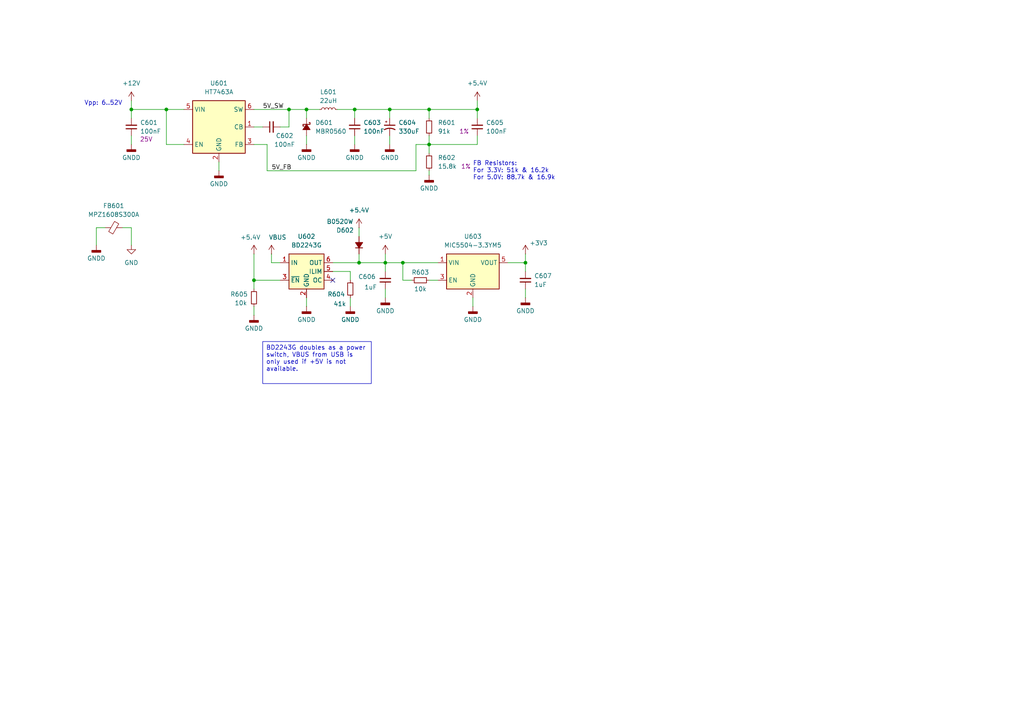
<source format=kicad_sch>
(kicad_sch (version 20231120) (generator "eeschema") (generator_version "8.0")
  (paper "A4")
  (lib_symbols
    (symbol "Device:C_Polarized_Small_US" (pin_numbers hide) (pin_names (offset 0.254) hide)
      (property "Reference" "C" (at 0.254 1.778 0))
      (property "Value" "C_Polarized_Small_US" (at 0.254 -2.032 0))
      (symbol "C_Polarized_Small_US_0_1"
        (polyline (pts (xy -1.524 0.508) (xy 1.524 0.508)) (stroke (width 0.3048)))
        (polyline (pts (xy -1.27 1.524) (xy -0.762 1.524)))
        (polyline (pts (xy -1.016 1.27) (xy -1.016 1.778)))
        (arc (start 1.524 -0.762) (mid 0 -0.3734) (end -1.524 -0.762) (stroke (width 0.3048)))
      )
      (symbol "C_Polarized_Small_US_1_1"
        (pin passive line (at 0 2.54 270) (length 2.032) (name "~") (number "1"))
        (pin passive line (at 0 -2.54 90) (length 2.032) (name "~") (number "2"))
      )
    )
    (symbol "Device:C_Small" (pin_numbers hide) (pin_names (offset 0.254) hide)
      (property "Reference" "C" (at 0.254 1.778 0))
      (property "Value" "C_Small" (at 0.254 -2.032 0))
      (symbol "C_Small_0_1"
        (polyline (pts (xy -1.524 -0.508) (xy 1.524 -0.508)) (stroke (width 0.3302)))
        (polyline (pts (xy -1.524 0.508) (xy 1.524 0.508)) (stroke (width 0.3048)))
      )
      (symbol "C_Small_1_1"
        (pin passive line (at 0 2.54 270) (length 2.032) (name "~") (number "1"))
        (pin passive line (at 0 -2.54 90) (length 2.032) (name "~") (number "2"))
      )
    )
    (symbol "Device:D_Schottky_Small_Filled" (pin_numbers hide) (pin_names (offset 0.254) hide)
      (property "Reference" "D" (at -1.27 2.032 0))
      (property "Value" "D_Schottky_Small_Filled" (at -7.112 -2.032 0))
      (symbol "D_Schottky_Small_Filled_0_1"
        (polyline (pts (xy -0.762 0) (xy 0.762 0)))
        (polyline (pts (xy 0.762 -1.016) (xy -0.762 0) (xy 0.762 1.016) (xy 0.762 -1.016)) (stroke (width 0.254)) (fill (type outline)))
        (polyline (pts (xy -1.27 0.762) (xy -1.27 1.016) (xy -0.762 1.016) (xy -0.762 -1.016) (xy -0.254 -1.016) (xy -0.254 -0.762)) (stroke (width 0.254)))
      )
      (symbol "D_Schottky_Small_Filled_1_1"
        (pin passive line (at -2.54 0 0) (length 1.778) (name "K") (number "1"))
        (pin passive line (at 2.54 0 180) (length 1.778) (name "A") (number "2"))
      )
    )
    (symbol "Device:D_Small_Filled" (pin_numbers hide) (pin_names (offset 0.254) hide)
      (property "Reference" "D" (at -1.27 2.032 0))
      (property "Value" "D_Small_Filled" (at -3.81 -2.032 0))
      (symbol "D_Small_Filled_0_1"
        (polyline (pts (xy -0.762 -1.016) (xy -0.762 1.016)) (stroke (width 0.254)))
        (polyline (pts (xy -0.762 0) (xy 0.762 0)))
        (polyline (pts (xy 0.762 -1.016) (xy -0.762 0) (xy 0.762 1.016) (xy 0.762 -1.016)) (stroke (width 0.254)) (fill (type outline)))
      )
      (symbol "D_Small_Filled_1_1"
        (pin passive line (at -2.54 0 0) (length 1.778) (name "K") (number "1"))
        (pin passive line (at 2.54 0 180) (length 1.778) (name "A") (number "2"))
      )
    )
    (symbol "Device:FerriteBead_Small" (pin_numbers hide) (pin_names (offset 0))
      (property "Reference" "FB" (at 1.905 1.27 0))
      (property "Value" "FerriteBead_Small" (at 1.905 -1.27 0))
      (symbol "FerriteBead_Small_0_1"
        (polyline (pts (xy 0 -1.27) (xy 0 -0.7874)))
        (polyline (pts (xy 0 0.889) (xy 0 1.2954)))
        (polyline (pts (xy -1.8288 0.2794) (xy -1.1176 1.4986) (xy 1.8288 -0.2032) (xy 1.1176 -1.4224) (xy -1.8288 0.2794)))
      )
      (symbol "FerriteBead_Small_1_1"
        (pin passive line (at 0 2.54 270) (length 1.27) (name "~") (number "1"))
        (pin passive line (at 0 -2.54 90) (length 1.27) (name "~") (number "2"))
      )
    )
    (symbol "Device:L_Small" (pin_numbers hide) (pin_names (offset 0.254) hide)
      (property "Reference" "L" (at 0.762 1.016 0))
      (property "Value" "L_Small" (at 0.762 -1.016 0))
      (symbol "L_Small_0_1"
        (arc (start 0 -2.032) (mid 0.5058 -1.524) (end 0 -1.016))
        (arc (start 0 -1.016) (mid 0.5058 -0.508) (end 0 0))
        (arc (start 0 0) (mid 0.5058 0.508) (end 0 1.016))
        (arc (start 0 1.016) (mid 0.5058 1.524) (end 0 2.032))
      )
      (symbol "L_Small_1_1"
        (pin passive line (at 0 2.54 270) (length 0.508) (name "~") (number "1"))
        (pin passive line (at 0 -2.54 90) (length 0.508) (name "~") (number "2"))
      )
    )
    (symbol "Device:R_Small" (pin_numbers hide) (pin_names (offset 0.254) hide)
      (property "Reference" "R" (at 0.762 0.508 0))
      (property "Value" "R_Small" (at 0.762 -1.016 0))
      (symbol "R_Small_0_1"
        (rectangle (start -0.762 1.778) (end 0.762 -1.778) (stroke (width 0.2032)))
      )
      (symbol "R_Small_1_1"
        (pin passive line (at 0 2.54 270) (length 0.762) (name "~") (number "1"))
        (pin passive line (at 0 -2.54 90) (length 0.762) (name "~") (number "2"))
      )
    )
    (symbol "Power_Management:BD2243G"
      (property "Reference" "U" (at -4.826 -6.35 0))
      (property "Value" "BD2243G" (at 0 6.604 0))
      (symbol "BD2243G_0_0"
        (pin power_in line (at -7.62 2.54 0) (length 2.54) (name "IN") (number "1"))
        (pin power_in line (at 0 -7.62 90) (length 2.54) (name "GND") (number "2"))
        (pin passive line (at 7.62 0 180) (length 2.54) (name "ILIM") (number "5"))
        (pin power_out line (at 7.62 2.54 180) (length 2.54) (name "OUT") (number "6"))
      )
      (symbol "BD2243G_1_0"
        (pin input line (at -7.62 -2.54 0) (length 2.54) (name "~{EN}") (number "3"))
        (pin open_collector line (at 7.62 -2.54 180) (length 2.54) (name "OC") (number "4"))
      )
      (symbol "BD2243G_1_1"
        (rectangle (start -5.08 5.08) (end 5.08 -5.08) (stroke (width 0.254)) (fill (type background)))
      )
    )
    (symbol "Regulator_Linear:MIC5504-3.3YM5"
      (property "Reference" "U" (at -7.62 8.89 0))
      (property "Value" "MIC5504-3.3YM5" (at -7.62 6.35 0))
      (symbol "MIC5504-3.3YM5_0_1"
        (rectangle (start -7.62 -5.08) (end 7.62 5.08) (stroke (width 0.254)) (fill (type background)))
      )
      (symbol "MIC5504-3.3YM5_1_1"
        (pin power_in line (at -10.16 2.54 0) (length 2.54) (name "VIN") (number "1"))
        (pin power_in line (at 0 -7.62 90) (length 2.54) (name "GND") (number "2"))
        (pin input line (at -10.16 -2.54 0) (length 2.54) (name "EN") (number "3"))
        (pin no_connect line (at 7.62 -2.54 180) (length 2.54) hide (name "NC") (number "4"))
        (pin power_out line (at 10.16 2.54 180) (length 2.54) (name "VOUT") (number "5"))
      )
    )
    (symbol "Regulator_Switching:HT7463A"
      (property "Reference" "U" (at -8.89 8.89 0))
      (property "Value" "HT7463A" (at 3.81 8.89 0))
      (symbol "HT7463A_0_1"
        (rectangle (start -7.62 7.62) (end 7.62 -7.62) (stroke (width 0.254)) (fill (type background)))
      )
      (symbol "HT7463A_1_1"
        (pin passive line (at 10.16 0 180) (length 2.54) (name "CB") (number "1"))
        (pin power_in line (at 0 -10.16 90) (length 2.54) (name "GND") (number "2"))
        (pin input line (at 10.16 -5.08 180) (length 2.54) (name "FB") (number "3"))
        (pin input line (at -10.16 -5.08 0) (length 2.54) (name "EN") (number "4"))
        (pin power_in line (at -10.16 5.08 0) (length 2.54) (name "VIN") (number "5"))
        (pin output line (at 10.16 5.08 180) (length 2.54) (name "SW") (number "6"))
      )
    )
    (symbol "power:+12V" (power) (pin_numbers hide) (pin_names (offset 0) hide)
      (property "Value" "+12V" (at 0 3.556 0))
      (symbol "+12V_0_1"
        (polyline (pts (xy -0.762 1.27) (xy 0 2.54)))
        (polyline (pts (xy 0 0) (xy 0 2.54)))
        (polyline (pts (xy 0 2.54) (xy 0.762 1.27)))
      )
      (symbol "+12V_1_1"
        (pin power_in line (at 0 0 90) (length 0) (name "~") (number "1"))
      )
    )
    (symbol "power:+3.3V" (power) (pin_numbers hide) (pin_names (offset 0) hide)
      (property "Value" "+3.3V" (at 0 3.556 0))
      (symbol "+3.3V_0_1"
        (polyline (pts (xy -0.762 1.27) (xy 0 2.54)))
        (polyline (pts (xy 0 0) (xy 0 2.54)))
        (polyline (pts (xy 0 2.54) (xy 0.762 1.27)))
      )
      (symbol "+3.3V_1_1"
        (pin power_in line (at 0 0 90) (length 0) (name "~") (number "1"))
      )
    )
    (symbol "power:+5V" (power) (pin_numbers hide) (pin_names (offset 0) hide)
      (property "Value" "+5V" (at 0 3.556 0))
      (symbol "+5V_0_1"
        (polyline (pts (xy -0.762 1.27) (xy 0 2.54)))
        (polyline (pts (xy 0 0) (xy 0 2.54)))
        (polyline (pts (xy 0 2.54) (xy 0.762 1.27)))
      )
      (symbol "+5V_1_1"
        (pin power_in line (at 0 0 90) (length 0) (name "~") (number "1"))
      )
    )
    (symbol "power:GND" (power) (pin_numbers hide) (pin_names (offset 0) hide)
      (property "Value" "GND" (at 0 -3.81 0))
      (symbol "GND_0_1"
        (polyline (pts (xy 0 0) (xy 0 -1.27) (xy 1.27 -1.27) (xy 0 -2.54) (xy -1.27 -1.27) (xy 0 -1.27)))
      )
      (symbol "GND_1_1"
        (pin power_in line (at 0 0 270) (length 0) (name "~") (number "1"))
      )
    )
    (symbol "power:GNDD" (power) (pin_numbers hide) (pin_names (offset 0) hide)
      (property "Value" "GNDD" (at 0 -3.175 0))
      (symbol "GNDD_0_1"
        (rectangle (start -1.27 -1.524) (end 1.27 -2.032) (stroke (width 0.254)) (fill (type outline)))
        (polyline (pts (xy 0 0) (xy 0 -1.524)))
      )
      (symbol "GNDD_1_1"
        (pin power_in line (at 0 0 270) (length 0) (name "~") (number "1"))
      )
    )
    (symbol "power:VBUS" (power) (pin_numbers hide) (pin_names (offset 0) hide)
      (property "Value" "VBUS" (at 0 3.556 0))
      (symbol "VBUS_0_1"
        (polyline (pts (xy -0.762 1.27) (xy 0 2.54)))
        (polyline (pts (xy 0 0) (xy 0 2.54)))
        (polyline (pts (xy 0 2.54) (xy 0.762 1.27)))
      )
      (symbol "VBUS_1_1"
        (pin power_in line (at 0 0 90) (length 0) (name "~") (number "1"))
      )
    )
  )
  (junction (at 111.76 76.2))
  (junction (at 124.46 41.91))
  (junction (at 124.46 31.75))
  (junction (at 83.82 31.75))
  (junction (at 38.1 31.75))
  (junction (at 48.26 31.75))
  (junction (at 116.84 76.2))
  (junction (at 138.43 31.75))
  (junction (at 152.4 76.2))
  (junction (at 88.9 31.75))
  (junction (at 73.66 81.28))
  (junction (at 104.14 76.2))
  (junction (at 102.87 31.75))
  (junction (at 113.03 31.75))
  (no_connect (at 96.52 81.28))
  (wire (pts (xy 83.82 36.83) (xy 83.82 31.75)))
  (wire (pts (xy 78.74 73.66) (xy 78.74 76.2)))
  (wire (pts (xy 124.46 39.37) (xy 124.46 41.91)))
  (wire (pts (xy 63.5 46.99) (xy 63.5 49.53)))
  (wire (pts (xy 111.76 76.2) (xy 111.76 73.66)))
  (wire (pts (xy 152.4 76.2) (xy 152.4 73.66)))
  (wire (pts (xy 113.03 31.75) (xy 124.46 31.75)))
  (wire (pts (xy 119.38 81.28) (xy 116.84 81.28)))
  (wire (pts (xy 137.16 86.36) (xy 137.16 88.9)))
  (wire (pts (xy 38.1 29.21) (xy 38.1 31.75)))
  (wire (pts (xy 138.43 29.21) (xy 138.43 31.75)))
  (wire (pts (xy 138.43 31.75) (xy 138.43 34.29)))
  (wire (pts (xy 38.1 31.75) (xy 48.26 31.75)))
  (wire (pts (xy 124.46 81.28) (xy 127 81.28)))
  (wire (pts (xy 104.14 76.2) (xy 111.76 76.2)))
  (wire (pts (xy 88.9 31.75) (xy 92.71 31.75)))
  (wire (pts (xy 27.94 71.12) (xy 27.94 66.04)))
  (wire (pts (xy 120.65 41.91) (xy 120.65 49.53)))
  (wire (pts (xy 35.56 66.04) (xy 38.1 66.04)))
  (wire (pts (xy 78.74 76.2) (xy 81.28 76.2)))
  (wire (pts (xy 97.79 31.75) (xy 102.87 31.75)))
  (wire (pts (xy 124.46 49.53) (xy 124.46 50.8)))
  (wire (pts (xy 116.84 76.2) (xy 111.76 76.2)))
  (wire (pts (xy 48.26 41.91) (xy 53.34 41.91)))
  (wire (pts (xy 124.46 31.75) (xy 124.46 34.29)))
  (wire (pts (xy 81.28 36.83) (xy 83.82 36.83)))
  (wire (pts (xy 101.6 78.74) (xy 101.6 81.28)))
  (wire (pts (xy 83.82 31.75) (xy 88.9 31.75)))
  (wire (pts (xy 152.4 76.2) (xy 152.4 78.74)))
  (wire (pts (xy 116.84 81.28) (xy 116.84 76.2)))
  (wire (pts (xy 73.66 31.75) (xy 83.82 31.75)))
  (wire (pts (xy 147.32 76.2) (xy 152.4 76.2)))
  (wire (pts (xy 111.76 83.82) (xy 111.76 86.36)))
  (wire (pts (xy 124.46 41.91) (xy 124.46 44.45)))
  (wire (pts (xy 102.87 31.75) (xy 113.03 31.75)))
  (wire (pts (xy 104.14 66.04) (xy 104.14 68.58)))
  (wire (pts (xy 127 76.2) (xy 116.84 76.2)))
  (wire (pts (xy 38.1 66.04) (xy 38.1 71.12)))
  (wire (pts (xy 77.47 49.53) (xy 77.47 41.91)))
  (wire (pts (xy 38.1 39.37) (xy 38.1 41.91)))
  (wire (pts (xy 73.66 36.83) (xy 76.2 36.83)))
  (wire (pts (xy 102.87 39.37) (xy 102.87 41.91)))
  (wire (pts (xy 88.9 31.75) (xy 88.9 34.29)))
  (wire (pts (xy 96.52 78.74) (xy 101.6 78.74)))
  (wire (pts (xy 101.6 86.36) (xy 101.6 88.9)))
  (wire (pts (xy 120.65 49.53) (xy 77.47 49.53)))
  (wire (pts (xy 113.03 39.37) (xy 113.03 41.91)))
  (wire (pts (xy 102.87 31.75) (xy 102.87 34.29)))
  (wire (pts (xy 104.14 73.66) (xy 104.14 76.2)))
  (wire (pts (xy 113.03 31.75) (xy 113.03 34.29)))
  (wire (pts (xy 152.4 83.82) (xy 152.4 86.36)))
  (wire (pts (xy 111.76 76.2) (xy 111.76 78.74)))
  (wire (pts (xy 138.43 39.37) (xy 138.43 41.91)))
  (wire (pts (xy 73.66 81.28) (xy 73.66 83.82)))
  (wire (pts (xy 73.66 73.66) (xy 73.66 81.28)))
  (wire (pts (xy 77.47 41.91) (xy 73.66 41.91)))
  (wire (pts (xy 48.26 31.75) (xy 53.34 31.75)))
  (wire (pts (xy 88.9 86.36) (xy 88.9 88.9)))
  (wire (pts (xy 88.9 39.37) (xy 88.9 41.91)))
  (wire (pts (xy 81.28 81.28) (xy 73.66 81.28)))
  (wire (pts (xy 124.46 41.91) (xy 138.43 41.91)))
  (wire (pts (xy 27.94 66.04) (xy 30.48 66.04)))
  (wire (pts (xy 96.52 76.2) (xy 104.14 76.2)))
  (wire (pts (xy 124.46 41.91) (xy 120.65 41.91)))
  (wire (pts (xy 48.26 41.91) (xy 48.26 31.75)))
  (wire (pts (xy 38.1 31.75) (xy 38.1 34.29)))
  (wire (pts (xy 73.66 88.9) (xy 73.66 91.44)))
  (wire (pts (xy 124.46 31.75) (xy 138.43 31.75)))
  (text_box "BD2243G doubles as a power switch, VBUS from USB is only used if +5V is not available." (at 76.2 99.06 0) (size 31.496 12.192) (effects (font (size 1.27 1.27)) (justify left top)))
  (text "FB Resistors:\nFor 3.3V: 51k & 16.2k\nFor 5.0V: 88.7k & 16.9k" (at 137.16 52.324 0) (effects (font (size 1.27 1.27)) (justify left bottom)))
  (text "Vpp: 6..52V" (at 29.972 29.972 0) (effects (font (size 1.27 1.27))))
  (label "5V_SW" (at 76.2 31.75 0))
  (label "5V_FB" (at 78.74 49.53 0))
  (symbol (lib_id "power:+5V") (at 73.66 73.66 0) (unit 1)
    (property "Reference" "#PWR0612" (effects (hide yes)))
    (property "Value" "+5.4V" (at 72.644 68.834 0))
    (property "Description" "Power symbol creates a global label with name \"+5V\"" (effects (hide yes)))
  )
  (symbol (lib_id "Power_Management:BD2243G") (at 88.9 78.74 0) (unit 1)
    (property "Reference" "U602" (at 88.9 68.58 0))
    (property "Value" "BD2243G" (at 88.9 71.12 0))
    (property "Footprint" "Package_SO:TSOP-6_1.65x3.05mm_P0.95mm" (effects (hide yes)))
    (property "Datasheet" "https://fscdn.rohm.com/en/products/databook/datasheet/ic/power/power_switch/bd2242g-e.pdf" (effects (hide yes)))
    (property "Description" "Adjustable current limit high side switch IC, 2.8..5.5V, 0.2..1.7A" (effects (hide yes)))
  )
  (symbol (lib_id "Device:C_Small") (at 102.87 36.83 180) (unit 1)
    (property "Reference" "C603" (at 105.41 35.5599 0) (effects (justify right)))
    (property "Value" "100nF" (at 105.41 38.0999 0) (effects (justify right)))
    (property "Footprint" "Capacitor_SMD:C_0603_1608Metric" (effects (hide yes)))
  )
  (symbol (lib_id "power:+5V") (at 104.14 66.04 0) (unit 1)
    (property "Reference" "#PWR0609" (effects (hide yes)))
    (property "Value" "+5.4V" (at 104.14 60.96 0))
    (property "Description" "Power symbol creates a global label with name \"+5V\"" (effects (hide yes)))
  )
  (symbol (lib_id "Device:R_Small") (at 73.66 86.36 180) (unit 1)
    (property "Reference" "R605" (at 69.342 85.344 0))
    (property "Value" "10k" (at 69.85 87.884 0))
    (property "Footprint" "Resistor_SMD:R_0603_1608Metric" (effects (hide yes)))
    (property "Description" "Resistor, small symbol" (effects (hide yes)))
  )
  (symbol (lib_id "power:GNDD") (at 152.4 86.36 0) (unit 1)
    (property "Reference" "#PWR0617" (effects (hide yes)))
    (property "Value" "GNDD" (at 152.4 90.17 0))
    (property "Description" "Power symbol creates a global label with name \"GNDD\" , digital ground" (effects (hide yes)))
  )
  (symbol (lib_id "power:GNDD") (at 102.87 41.91 0) (unit 1)
    (property "Reference" "#PWR0605" (effects (hide yes)))
    (property "Value" "GNDD" (at 102.87 45.72 0))
    (property "Description" "Power symbol creates a global label with name \"GNDD\" , digital ground" (effects (hide yes)))
  )
  (symbol (lib_id "power:+5V") (at 111.76 73.66 0) (unit 1)
    (property "Reference" "#PWR0614" (effects (hide yes)))
    (property "Value" "+5V" (at 111.76 68.58 0))
    (property "Description" "Power symbol creates a global label with name \"+5V\"" (effects (hide yes)))
  )
  (symbol (lib_id "Device:D_Small_Filled") (at 104.14 71.12 90) (unit 1)
    (property "Reference" "D602" (at 97.536 66.802 90) (effects (justify right)))
    (property "Value" "B0520W" (at 94.742 64.262 90) (effects (justify right)))
    (property "Footprint" "Diode_SMD:D_SOD-123" (effects (hide yes)))
    (property "Description" "Diode, small symbol, filled shape" (effects (hide yes)))
    (property "Sim.Device" "D" (effects (hide yes)))
    (property "Sim.Pins" "1=K 2=A" (effects (hide yes)))
  )
  (symbol (lib_id "Device:R_Small") (at 124.46 36.83 180) (unit 1)
    (property "Reference" "R601" (at 127 35.5599 0) (effects (justify right)))
    (property "Value" "91k" (at 127 38.0999 0) (effects (justify right)))
    (property "Footprint" "Resistor_SMD:R_0603_1608Metric" (effects (hide yes)))
    (property "Tolerance" "1%" (at 134.62 38.1 0))
  )
  (symbol (lib_id "Device:R_Small") (at 101.6 83.82 180) (unit 1)
    (property "Reference" "R604" (at 97.536 85.344 0))
    (property "Value" "41k" (at 98.552 88.138 0))
    (property "Footprint" "Resistor_SMD:R_0603_1608Metric" (effects (hide yes)))
    (property "Description" "Resistor, small symbol" (effects (hide yes)))
  )
  (symbol (lib_id "power:VBUS") (at 78.74 73.66 0) (unit 1)
    (property "Reference" "#PWR0613" (effects (hide yes)))
    (property "Value" "VBUS" (at 80.518 68.834 0))
    (property "Description" "Power symbol creates a global label with name \"VBUS\"" (effects (hide yes)))
  )
  (symbol (lib_id "power:GNDD") (at 137.16 88.9 0) (unit 1)
    (property "Reference" "#PWR0620" (effects (hide yes)))
    (property "Value" "GNDD" (at 137.16 92.71 0))
    (property "Description" "Power symbol creates a global label with name \"GNDD\" , digital ground" (effects (hide yes)))
  )
  (symbol (lib_id "Regulator_Switching:HT7463A") (at 63.5 36.83 0) (unit 1)
    (property "Reference" "U601" (at 63.5 24.13 0))
    (property "Value" "HT7463A" (at 63.5 26.67 0))
    (property "Footprint" "Package_TO_SOT_SMD:SOT-23-6" (effects (hide yes)))
    (property "Datasheet" "https://www.holtek.com/documents/10179/116711/HT7463A_Bv160.pdf" (effects (hide yes)))
    (property "Description" "600mA High-Efficiency Step-Down DC-DC Converter, 4.5-52V input voltage, adjustable output voltage, SOT-23-6" (effects (hide yes)))
    (property "Manufacturer" "Holtek" (effects (hide yes)))
    (property "Partnumber" "HT7463A" (effects (hide yes)))
  )
  (symbol (lib_id "power:+12V") (at 38.1 29.21 0) (unit 1)
    (property "Reference" "#PWR0601" (effects (hide yes)))
    (property "Value" "+12V" (at 38.1 24.13 0))
    (property "Description" "Power symbol creates a global label with name \"+12V\"" (effects (hide yes)))
  )
  (symbol (lib_id "power:GND") (at 38.1 71.12 0) (unit 1)
    (property "Reference" "#PWR0611" (effects (hide yes)))
    (property "Value" "GND" (at 38.1 76.2 0))
    (property "Description" "Power symbol creates a global label with name \"GND\" , ground" (effects (hide yes)))
  )
  (symbol (lib_id "power:GNDD") (at 124.46 50.8 0) (unit 1)
    (property "Reference" "#PWR0608" (effects (hide yes)))
    (property "Value" "GNDD" (at 124.46 54.61 0))
    (property "Description" "Power symbol creates a global label with name \"GNDD\" , digital ground" (effects (hide yes)))
  )
  (symbol (lib_id "Device:C_Polarized_Small_US") (at 113.03 36.83 0) (unit 1)
    (property "Reference" "C604" (at 115.57 35.5599 0) (effects (justify left)))
    (property "Value" "330uF" (at 115.57 38.0999 0) (effects (justify left)))
    (property "Footprint" "Capacitor_THT:CP_Radial_D10.0mm_P5.00mm" (effects (hide yes)))
    (property "Manufacturer" "Panasonic" (effects (hide yes)))
    (property "Partnumber" "EEV-TG1H331Q" (effects (hide yes)))
    (property "Voltage" "50V" (effects (hide yes)))
  )
  (symbol (lib_id "power:GNDD") (at 38.1 41.91 0) (unit 1)
    (property "Reference" "#PWR0603" (effects (hide yes)))
    (property "Value" "GNDD" (at 38.1 45.72 0))
    (property "Description" "Power symbol creates a global label with name \"GNDD\" , digital ground" (effects (hide yes)))
  )
  (symbol (lib_id "power:GNDD") (at 113.03 41.91 0) (unit 1)
    (property "Reference" "#PWR0606" (effects (hide yes)))
    (property "Value" "GNDD" (at 113.03 45.72 0))
    (property "Description" "Power symbol creates a global label with name \"GNDD\" , digital ground" (effects (hide yes)))
  )
  (symbol (lib_id "power:GNDD") (at 88.9 41.91 0) (unit 1)
    (property "Reference" "#PWR0604" (effects (hide yes)))
    (property "Value" "GNDD" (at 88.9 45.72 0))
    (property "Description" "Power symbol creates a global label with name \"GNDD\" , digital ground" (effects (hide yes)))
  )
  (symbol (lib_id "power:GNDD") (at 111.76 86.36 0) (unit 1)
    (property "Reference" "#PWR0616" (effects (hide yes)))
    (property "Value" "GNDD" (at 111.76 90.17 0))
    (property "Description" "Power symbol creates a global label with name \"GNDD\" , digital ground" (effects (hide yes)))
  )
  (symbol (lib_id "power:GNDD") (at 73.66 91.44 0) (unit 1)
    (property "Reference" "#PWR0621" (effects (hide yes)))
    (property "Value" "GNDD" (at 73.66 95.25 0))
    (property "Description" "Power symbol creates a global label with name \"GNDD\" , digital ground" (effects (hide yes)))
  )
  (symbol (lib_id "Device:C_Small") (at 38.1 36.83 180) (unit 1)
    (property "Reference" "C601" (at 40.64 35.5599 0) (effects (justify right)))
    (property "Value" "100nF" (at 40.64 38.0999 0) (effects (justify right)))
    (property "Footprint" "Capacitor_SMD:C_0603_1608Metric" (effects (hide yes)))
    (property "Voltage" "25V" (at 42.418 40.386 0))
  )
  (symbol (lib_id "power:GNDD") (at 27.94 71.12 0) (unit 1)
    (property "Reference" "#PWR0610" (effects (hide yes)))
    (property "Value" "GNDD" (at 27.94 74.93 0))
    (property "Description" "Power symbol creates a global label with name \"GNDD\" , digital ground" (effects (hide yes)))
  )
  (symbol (lib_id "power:GNDD") (at 101.6 88.9 0) (unit 1)
    (property "Reference" "#PWR0619" (effects (hide yes)))
    (property "Value" "GNDD" (at 101.6 92.71 0))
    (property "Description" "Power symbol creates a global label with name \"GNDD\" , digital ground" (effects (hide yes)))
  )
  (symbol (lib_id "Device:D_Schottky_Small_Filled") (at 88.9 36.83 270) (unit 1)
    (property "Reference" "D601" (at 91.44 35.5599 90) (effects (justify left)))
    (property "Value" "MBR0560" (at 91.44 38.0999 90) (effects (justify left)))
    (property "Footprint" "Diode_SMD:D_SOD-123" (effects (hide yes)))
    (property "Manufacturer" "Changjiang" (effects (hide yes)))
    (property "Partnumber" "MBR0560" (effects (hide yes)))
  )
  (symbol (lib_id "Regulator_Linear:MIC5504-3.3YM5") (at 137.16 78.74 0) (unit 1)
    (property "Reference" "U603" (at 137.16 68.58 0))
    (property "Value" "MIC5504-3.3YM5" (at 137.16 71.12 0))
    (property "Footprint" "Package_TO_SOT_SMD:SOT-23-5" (effects (hide yes)))
    (property "Datasheet" "http://ww1.microchip.com/downloads/en/DeviceDoc/MIC550X.pdf" (effects (hide yes)))
    (property "Description" "300mA Low-dropout Voltage Regulator, Vout 3.3V, Vin up to 5.5V, SOT-23" (effects (hide yes)))
  )
  (symbol (lib_id "Device:R_Small") (at 124.46 46.99 180) (unit 1)
    (property "Reference" "R602" (at 127 45.7199 0) (effects (justify right)))
    (property "Value" "15.8k" (at 127 48.2599 0) (effects (justify right)))
    (property "Footprint" "Resistor_SMD:R_0603_1608Metric" (effects (hide yes)))
    (property "Tolerance" "1%" (at 135.128 48.26 0))
  )
  (symbol (lib_id "power:+3.3V") (at 152.4 73.66 0) (unit 1)
    (property "Reference" "#PWR0615" (effects (hide yes)))
    (property "Value" "+3V3" (at 156.21 70.485 0))
    (property "Description" "Power symbol creates a global label with name \"+3.3V\"" (effects (hide yes)))
  )
  (symbol (lib_id "Device:C_Small") (at 138.43 36.83 180) (unit 1)
    (property "Reference" "C605" (at 140.97 35.5599 0) (effects (justify right)))
    (property "Value" "100nF" (at 140.97 38.0999 0) (effects (justify right)))
    (property "Footprint" "Capacitor_SMD:C_0603_1608Metric" (effects (hide yes)))
  )
  (symbol (lib_id "power:GNDD") (at 88.9 88.9 0) (unit 1)
    (property "Reference" "#PWR0618" (effects (hide yes)))
    (property "Value" "GNDD" (at 88.9 92.71 0))
    (property "Description" "Power symbol creates a global label with name \"GNDD\" , digital ground" (effects (hide yes)))
  )
  (symbol (lib_id "power:GNDD") (at 63.5 49.53 0) (unit 1)
    (property "Reference" "#PWR0607" (effects (hide yes)))
    (property "Value" "GNDD" (at 63.5 53.34 0))
    (property "Description" "Power symbol creates a global label with name \"GNDD\" , digital ground" (effects (hide yes)))
  )
  (symbol (lib_id "Device:R_Small") (at 121.92 81.28 90) (unit 1)
    (property "Reference" "R603" (at 121.92 78.994 90))
    (property "Value" "10k" (at 121.92 83.82 90))
    (property "Footprint" "Resistor_SMD:R_0603_1608Metric" (effects (hide yes)))
    (property "Description" "Resistor, small symbol" (effects (hide yes)))
  )
  (symbol (lib_id "power:+5V") (at 138.43 29.21 0) (unit 1)
    (property "Reference" "#PWR0602" (effects (hide yes)))
    (property "Value" "+5.4V" (at 138.43 24.13 0))
    (property "Description" "Power symbol creates a global label with name \"+5V\"" (effects (hide yes)))
  )
  (symbol (lib_id "Device:C_Small") (at 78.74 36.83 90) (unit 1)
    (property "Reference" "C602" (at 82.55 39.37 90))
    (property "Value" "100nF" (at 82.55 41.91 90))
    (property "Footprint" "Capacitor_SMD:C_0603_1608Metric" (effects (hide yes)))
  )
  (symbol (lib_id "Device:FerriteBead_Small") (at 33.02 66.04 90) (unit 1)
    (property "Reference" "FB601" (at 32.9819 59.69 90))
    (property "Value" "MPZ1608S300A" (at 32.9819 62.23 90))
    (property "Footprint" "Inductor_SMD:L_0603_1608Metric" (effects (hide yes)))
    (property "Description" "Ferrite bead, small symbol" (effects (hide yes)))
  )
  (symbol (lib_id "Device:L_Small") (at 95.25 31.75 90) (unit 1)
    (property "Reference" "L601" (at 95.25 26.67 90))
    (property "Value" "22uH" (at 95.25 29.21 90))
    (property "Footprint" "Inductor_SMD:L_1210_3225Metric" (effects (hide yes)))
    (property "Manufacturer" "TDK" (effects (hide yes)))
    (property "Partnumber" "NLCV32T-220K-PF" (effects (hide yes)))
  )
  (symbol (lib_id "Device:C_Small") (at 152.4 81.28 180) (unit 1)
    (property "Reference" "C607" (at 154.94 80.0099 0) (effects (justify right)))
    (property "Value" "1uF" (at 154.94 82.5499 0) (effects (justify right)))
    (property "Footprint" "Capacitor_SMD:C_0603_1608Metric" (effects (hide yes)))
  )
  (symbol (lib_id "Device:C_Small") (at 111.76 81.28 180) (unit 1)
    (property "Reference" "C606" (at 103.886 80.264 0) (effects (justify right)))
    (property "Value" "1uF" (at 105.664 83.312 0) (effects (justify right)))
    (property "Footprint" "Capacitor_SMD:C_0603_1608Metric" (effects (hide yes)))
  )
)
</source>
